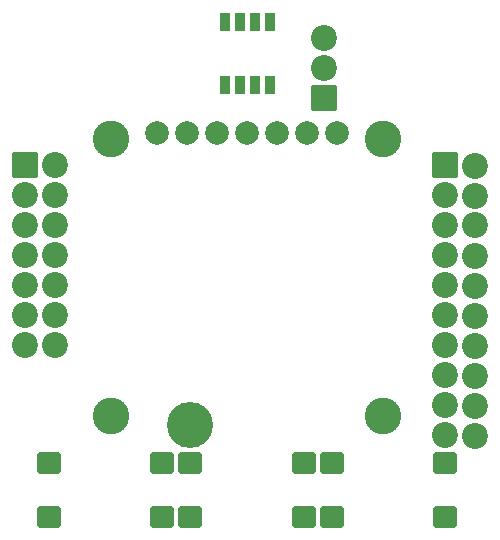
<source format=gbr>
G04 #@! TF.GenerationSoftware,KiCad,Pcbnew,6.0.11-2627ca5db0~126~ubuntu22.04.1*
G04 #@! TF.CreationDate,2023-12-06T10:27:33+01:00*
G04 #@! TF.ProjectId,roomthermostat,726f6f6d-7468-4657-926d-6f737461742e,C*
G04 #@! TF.SameCoordinates,Original*
G04 #@! TF.FileFunction,Soldermask,Top*
G04 #@! TF.FilePolarity,Negative*
%FSLAX46Y46*%
G04 Gerber Fmt 4.6, Leading zero omitted, Abs format (unit mm)*
G04 Created by KiCad (PCBNEW 6.0.11-2627ca5db0~126~ubuntu22.04.1) date 2023-12-06 10:27:33*
%MOMM*%
%LPD*%
G01*
G04 APERTURE LIST*
G04 Aperture macros list*
%AMRoundRect*
0 Rectangle with rounded corners*
0 $1 Rounding radius*
0 $2 $3 $4 $5 $6 $7 $8 $9 X,Y pos of 4 corners*
0 Add a 4 corners polygon primitive as box body*
4,1,4,$2,$3,$4,$5,$6,$7,$8,$9,$2,$3,0*
0 Add four circle primitives for the rounded corners*
1,1,$1+$1,$2,$3*
1,1,$1+$1,$4,$5*
1,1,$1+$1,$6,$7*
1,1,$1+$1,$8,$9*
0 Add four rect primitives between the rounded corners*
20,1,$1+$1,$2,$3,$4,$5,0*
20,1,$1+$1,$4,$5,$6,$7,0*
20,1,$1+$1,$6,$7,$8,$9,0*
20,1,$1+$1,$8,$9,$2,$3,0*%
G04 Aperture macros list end*
%ADD10C,2.000000*%
%ADD11C,3.100000*%
%ADD12RoundRect,0.200000X-0.254000X-0.571500X0.254000X-0.571500X0.254000X0.571500X-0.254000X0.571500X0*%
%ADD13RoundRect,0.200000X0.800000X0.700000X-0.800000X0.700000X-0.800000X-0.700000X0.800000X-0.700000X0*%
%ADD14RoundRect,0.200000X0.900000X-0.900000X0.900000X0.900000X-0.900000X0.900000X-0.900000X-0.900000X0*%
%ADD15C,2.200000*%
%ADD16C,3.900000*%
G04 APERTURE END LIST*
D10*
X89295000Y-86120000D03*
X91835000Y-86120000D03*
X94375000Y-86120000D03*
X96915000Y-86120000D03*
X99455000Y-86120000D03*
X101995000Y-86120000D03*
X104535000Y-86120000D03*
D11*
X85415000Y-86620000D03*
X85415000Y-110120000D03*
X108415000Y-110120000D03*
X108415000Y-86620000D03*
D12*
X95010000Y-82082000D03*
X96280000Y-82082000D03*
X97550000Y-82082000D03*
X98820000Y-82082000D03*
X98820000Y-76748000D03*
X97550000Y-76748000D03*
X96280000Y-76748000D03*
X95010000Y-76748000D03*
D13*
X89715000Y-114120000D03*
X80115000Y-114120000D03*
X80115000Y-118620000D03*
X89715000Y-118620000D03*
X101715000Y-114120000D03*
X92115000Y-114120000D03*
X101715000Y-118620000D03*
X92115000Y-118620000D03*
X104115000Y-114120000D03*
X113715000Y-114120000D03*
X104115000Y-118620000D03*
X113715000Y-118620000D03*
D14*
X103415000Y-83160000D03*
D15*
X103415000Y-80620000D03*
X103415000Y-78080000D03*
D14*
X113665000Y-88900000D03*
D15*
X116205000Y-88930000D03*
X113665000Y-91440000D03*
X116205000Y-91470000D03*
X113665000Y-93980000D03*
X116205000Y-93980000D03*
X113665000Y-96520000D03*
X116205000Y-96550000D03*
X113665000Y-99060000D03*
X116205000Y-99090000D03*
X113665000Y-101600000D03*
X116205000Y-101630000D03*
X113665000Y-104140000D03*
X116205000Y-104170000D03*
X113665000Y-106680000D03*
X116205000Y-106710000D03*
X113665000Y-109220000D03*
X116205000Y-109250000D03*
X113665000Y-111760000D03*
X116205000Y-111790000D03*
D14*
X78105000Y-88900000D03*
D15*
X80645000Y-88900000D03*
X78105000Y-91440000D03*
X80645000Y-91440000D03*
X78105000Y-93980000D03*
X80645000Y-93980000D03*
X78105000Y-96520000D03*
X80645000Y-96520000D03*
X78105000Y-99060000D03*
X80645000Y-99060000D03*
X78105000Y-101600000D03*
X80645000Y-101600000D03*
X78105000Y-104140000D03*
X80645000Y-104140000D03*
D16*
X92075000Y-110840000D03*
M02*

</source>
